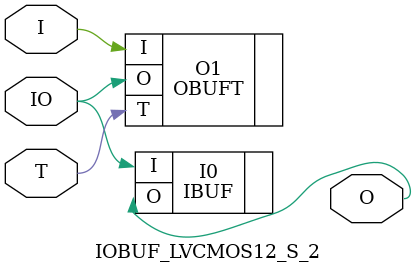
<source format=v>


`timescale  1 ps / 1 ps


module IOBUF_LVCMOS12_S_2 (O, IO, I, T);

    output O;

    inout  IO;

    input  I, T;

        OBUFT #(.IOSTANDARD("LVCMOS12"), .SLEW("SLOW"), .DRIVE(2)) O1 (.O(IO), .I(I), .T(T)); 
	IBUF #(.IOSTANDARD("LVCMOS12"))  I0 (.O(O), .I(IO));
        

endmodule



</source>
